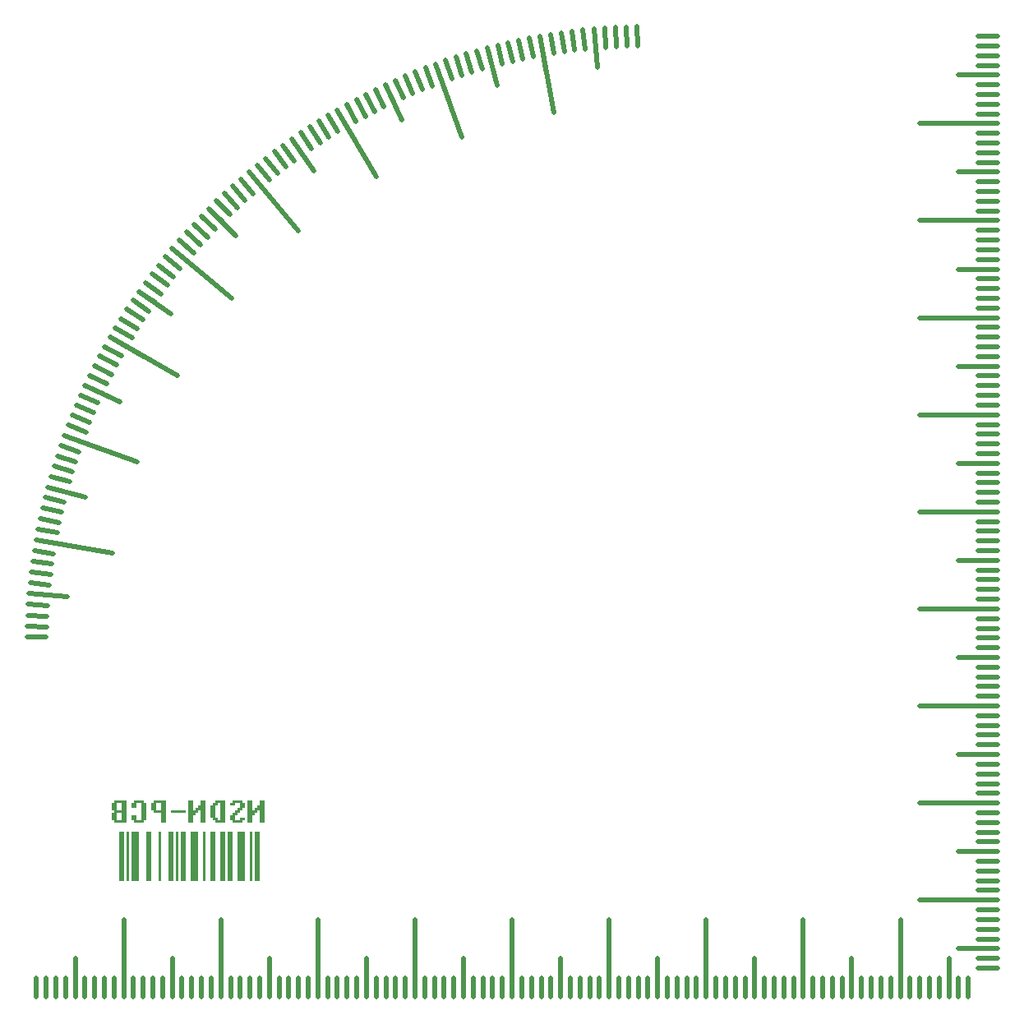
<source format=gbs>
G04*
G04 #@! TF.GenerationSoftware,Altium Limited,Altium Designer,18.1.9 (240)*
G04*
G04 Layer_Color=16711935*
%FSLAX25Y25*%
%MOIN*%
G70*
G01*
G75*
%ADD10C,0.01968*%
G36*
X232283Y185039D02*
X230283D01*
Y205039D01*
X232283D01*
Y185039D01*
D02*
G37*
G36*
X229283D02*
X228284D01*
Y205039D01*
X229283D01*
Y185039D01*
D02*
G37*
G36*
X226284D02*
X223284D01*
Y205039D01*
X226284D01*
Y185039D01*
D02*
G37*
G36*
X221284D02*
X219284D01*
Y205039D01*
X221284D01*
Y185039D01*
D02*
G37*
G36*
X218284D02*
X216283D01*
Y205039D01*
X218284D01*
Y185039D01*
D02*
G37*
G36*
X214283D02*
X212283D01*
Y205039D01*
X214283D01*
Y185039D01*
D02*
G37*
G36*
X210283D02*
X209283D01*
Y205039D01*
X210283D01*
Y185039D01*
D02*
G37*
G36*
X207283D02*
X204283D01*
Y205039D01*
X207283D01*
Y185039D01*
D02*
G37*
G36*
X202284D02*
X200284D01*
Y205039D01*
X202284D01*
Y185039D01*
D02*
G37*
G36*
X199284D02*
X198284D01*
Y205039D01*
X199284D01*
Y185039D01*
D02*
G37*
G36*
X197283D02*
X195283D01*
Y205039D01*
X197283D01*
Y185039D01*
D02*
G37*
G36*
X192283D02*
X191284D01*
Y205039D01*
X192283D01*
Y185039D01*
D02*
G37*
G36*
X188284D02*
X186284D01*
Y205039D01*
X188284D01*
Y185039D01*
D02*
G37*
G36*
X183283D02*
X180283D01*
Y205039D01*
X183283D01*
Y185039D01*
D02*
G37*
G36*
X179283D02*
X178284D01*
Y205039D01*
X179283D01*
Y185039D01*
D02*
G37*
G36*
X177284D02*
X175284D01*
Y205039D01*
X177284D01*
Y185039D01*
D02*
G37*
G36*
X234252Y208661D02*
X232253D01*
Y213652D01*
X231245D01*
Y212660D01*
X230253D01*
Y211653D01*
X229246D01*
Y208661D01*
X227247D01*
Y217651D01*
X229246D01*
Y213652D01*
X230253D01*
Y214660D01*
X231245D01*
Y215652D01*
X232253D01*
Y217651D01*
X234252D01*
Y208661D01*
D02*
G37*
G36*
X210260D02*
X208260D01*
Y213652D01*
X207253D01*
Y212660D01*
X206261D01*
Y211653D01*
X205254D01*
Y208661D01*
X203255D01*
Y217651D01*
X205254D01*
Y213652D01*
X206261D01*
Y214660D01*
X207253D01*
Y215652D01*
X208260D01*
Y217651D01*
X210260D01*
Y208661D01*
D02*
G37*
G36*
X202262Y212660D02*
X196264D01*
Y213652D01*
X202262D01*
Y212660D01*
D02*
G37*
G36*
X185260Y216659D02*
X186268D01*
Y209654D01*
X185260D01*
Y208661D01*
X181262D01*
Y209654D01*
X180270D01*
Y211653D01*
X182269D01*
Y209654D01*
X184268D01*
Y216659D01*
X182269D01*
Y214660D01*
X180270D01*
Y216659D01*
X181262D01*
Y217651D01*
X185260D01*
Y216659D01*
D02*
G37*
G36*
X225248D02*
X226255D01*
Y214660D01*
X225248D01*
Y213652D01*
X224255D01*
Y212660D01*
X223248D01*
Y211653D01*
X222256D01*
Y209654D01*
X224255D01*
Y210661D01*
X226255D01*
Y209654D01*
X225248D01*
Y208661D01*
X221249D01*
Y209654D01*
X220256D01*
Y211653D01*
X221249D01*
Y212660D01*
X222256D01*
Y213652D01*
X223248D01*
Y214660D01*
X224255D01*
Y216659D01*
X222256D01*
Y215652D01*
X220256D01*
Y216659D01*
X221249D01*
Y217651D01*
X225248D01*
Y216659D01*
D02*
G37*
G36*
X218257Y208661D02*
X214259D01*
Y209654D01*
X213251D01*
Y210661D01*
X212259D01*
Y215652D01*
X213251D01*
Y216659D01*
X214259D01*
Y217651D01*
X218257D01*
Y208661D01*
D02*
G37*
G36*
X194265D02*
X192266D01*
Y212660D01*
X189259D01*
Y213652D01*
X188267D01*
Y216659D01*
X189259D01*
Y217651D01*
X194265D01*
Y208661D01*
D02*
G37*
G36*
X178270D02*
X173264D01*
Y209654D01*
X172272D01*
Y212660D01*
X173264D01*
Y213652D01*
X172272D01*
Y216659D01*
X173264D01*
Y217651D01*
X178270D01*
Y208661D01*
D02*
G37*
%LPC*%
G36*
X216258Y216659D02*
X215251D01*
Y215652D01*
X214259D01*
Y210661D01*
X215251D01*
Y209654D01*
X216258D01*
Y216659D01*
D02*
G37*
G36*
X192266D02*
X190266D01*
Y213652D01*
X192266D01*
Y216659D01*
D02*
G37*
G36*
X176271D02*
X174272D01*
Y213652D01*
X176271D01*
Y216659D01*
D02*
G37*
G36*
Y212660D02*
X174272D01*
Y209654D01*
X176271D01*
Y212660D01*
D02*
G37*
%LPD*%
D10*
X515748Y511811D02*
X531496D01*
X141623Y323281D02*
X172641Y317812D01*
X515748Y334646D02*
X531496D01*
X500000D02*
X531496D01*
X515748Y295276D02*
X531496D01*
X500000D02*
X531496D01*
X515748Y255906D02*
X531496D01*
X500000D02*
X531496D01*
X515748Y492126D02*
X531496D01*
X500000D02*
X531496D01*
X515748Y472441D02*
X531496D01*
X515748Y452756D02*
X531496D01*
X500000D02*
X531496D01*
X515748Y433071D02*
X531496D01*
X515748Y413386D02*
X531496D01*
X500000D02*
X531496D01*
X515748Y393701D02*
X531496D01*
X515748Y374016D02*
X531496D01*
X500000D02*
X531496D01*
X515748Y354331D02*
X531496D01*
X515748Y314961D02*
X531496D01*
X515748Y275591D02*
X531496D01*
X515748Y236221D02*
X531496D01*
X515748Y216535D02*
X531496D01*
X500000D02*
X531496D01*
X515748Y196850D02*
X531496D01*
X515748Y177165D02*
X531496D01*
X500000D02*
X531496D01*
X515748Y157480D02*
X531496D01*
X324550Y522910D02*
X328625Y507699D01*
X161403Y386014D02*
X175675Y379359D01*
X256241Y493209D02*
X260413Y486531D01*
X259990Y495507D02*
X264046Y488757D01*
X227801Y472547D02*
X232863Y466515D01*
X227801Y472547D02*
X237924Y460483D01*
X227801Y472547D02*
X248047Y448419D01*
X224458Y469691D02*
X229623Y463748D01*
X196745Y441490D02*
X202777Y436428D01*
X196745Y441490D02*
X208808Y431367D01*
X196745Y441490D02*
X220872Y421244D01*
X183363Y424051D02*
X196263Y415018D01*
X191210Y434655D02*
X197415Y429807D01*
X161403Y386014D02*
X168539Y382686D01*
X171553Y405512D02*
X198829Y389764D01*
X152991Y365706D02*
X182587Y354934D01*
X157826Y377979D02*
X165074Y374903D01*
X193948Y438097D02*
X200067Y433141D01*
X163296Y389983D02*
X170373Y386531D01*
X159579Y382012D02*
X166772Y378810D01*
X156143Y373917D02*
X163443Y370967D01*
X152991Y365706D02*
X167789Y360320D01*
X346010Y527668D02*
X351479Y496651D01*
X295375Y513149D02*
X298324Y505848D01*
X303586Y516300D02*
X308972Y501502D01*
X303586Y516300D02*
X314358Y486704D01*
X295276Y137795D02*
Y169291D01*
X287279Y509712D02*
X290482Y502519D01*
X263779Y497739D02*
X279528Y470462D01*
X283277Y507889D02*
X289933Y493616D01*
X231195Y475344D02*
X236150Y469225D01*
X238125Y480759D02*
X242864Y474470D01*
X234636Y478082D02*
X239484Y471877D01*
X245241Y485928D02*
X254273Y473028D01*
X255906Y137795D02*
Y169291D01*
X202515Y448127D02*
X208366Y442859D01*
X199601Y444834D02*
X205543Y439668D01*
X216535Y137795D02*
Y169291D01*
X523622Y511811D02*
X531496D01*
X523622Y519685D02*
X531496D01*
X523622Y527559D02*
X531496D01*
X523622Y488189D02*
X531496D01*
X523622Y496063D02*
X531496D01*
X523622Y503937D02*
X531496D01*
X523622Y350394D02*
X531496D01*
X523622Y326772D02*
X531496D01*
X523622Y334646D02*
X531496D01*
X523622Y342520D02*
X531496D01*
X523622Y318898D02*
X531496D01*
X523622Y287402D02*
X531496D01*
X523622Y295276D02*
X531496D01*
X523622Y303150D02*
X531496D01*
X523622Y311024D02*
X531496D01*
X523622Y255906D02*
X531496D01*
X523622Y263779D02*
X531496D01*
X523622Y271654D02*
X531496D01*
X523622Y279528D02*
X531496D01*
X523622Y232283D02*
X531496D01*
X523622Y240158D02*
X531496D01*
X523622Y248031D02*
X531496D01*
X519685Y137795D02*
Y145669D01*
X488189Y137795D02*
Y145669D01*
X496063Y137795D02*
Y145669D01*
X503937Y137795D02*
Y145669D01*
X511811Y137795D02*
Y145669D01*
Y137795D02*
Y153543D01*
X456693Y137795D02*
Y145669D01*
X464567Y137795D02*
Y145669D01*
X472441Y137795D02*
Y145669D01*
Y137795D02*
Y153543D01*
X480315Y137795D02*
Y145669D01*
X440945Y137795D02*
Y145669D01*
X448819Y137795D02*
Y145669D01*
X359056Y529618D02*
X360016Y521803D01*
X367803Y530537D02*
X368490Y522693D01*
X367803Y530537D02*
X369176Y514849D01*
X376577Y531151D02*
X376989Y523287D01*
X328807Y524012D02*
X330712Y516371D01*
X350347Y528394D02*
X351579Y520617D01*
X341686Y526867D02*
X343188Y519137D01*
X303586Y516300D02*
X306278Y508901D01*
X311901Y519164D02*
X314334Y511675D01*
X320312Y521735D02*
X322482Y514166D01*
X295276Y137795D02*
Y145669D01*
Y137795D02*
Y153543D01*
X303150Y137795D02*
Y145669D01*
X311024Y137795D02*
Y145669D01*
X263779Y497739D02*
X267717Y490920D01*
X271472Y502002D02*
X275168Y495050D01*
X279308Y505995D02*
X282760Y498918D01*
X263779Y497739D02*
X271654Y484100D01*
X267607Y499904D02*
X271424Y493017D01*
X263779Y137795D02*
Y145669D01*
X271654Y137795D02*
Y145669D01*
X279528Y137795D02*
Y145669D01*
X287402Y137795D02*
Y145669D01*
X248865Y488419D02*
X253268Y481891D01*
X245241Y485928D02*
X249757Y479478D01*
X252532Y490846D02*
X256820Y484242D01*
X232283Y137795D02*
Y145669D01*
X240158Y137795D02*
Y145669D01*
X248031Y137795D02*
Y145669D01*
X255906Y137795D02*
Y145669D01*
Y137795D02*
Y153543D01*
X217922Y463806D02*
X223292Y458047D01*
X214732Y460779D02*
X220201Y455114D01*
X211595Y457696D02*
X217163Y452128D01*
X208513Y454560D02*
X214177Y449090D01*
X205486Y451370D02*
X211244Y446000D01*
X211595Y457696D02*
X222731Y446561D01*
X221164Y466777D02*
X226433Y460925D01*
X200787Y137795D02*
Y145669D01*
X208661Y137795D02*
Y145669D01*
X216535Y137795D02*
Y145669D01*
Y137795D02*
Y153543D01*
X224410Y137795D02*
Y145669D01*
X185917Y427631D02*
X192287Y423003D01*
X183363Y424051D02*
X189813Y419534D01*
X180872Y420427D02*
X187400Y416023D01*
X178445Y416759D02*
X185049Y412471D01*
X188533Y431166D02*
X194821Y426427D01*
X169387Y401684D02*
X176274Y397867D01*
X165258Y393919D02*
X172274Y390344D01*
X173785Y409301D02*
X180534Y405245D01*
X171553Y405512D02*
X185191Y397638D01*
X192913Y137795D02*
Y145669D01*
X151523Y361561D02*
X158968Y358997D01*
X148805Y353196D02*
X156335Y350894D01*
X154531Y369825D02*
X161882Y367003D01*
X144253Y336208D02*
X151925Y334437D01*
X142425Y327605D02*
X150154Y326103D01*
X140897Y318944D02*
X148674Y317712D01*
X146381Y344742D02*
X153987Y342704D01*
X146381Y344742D02*
X161592Y340666D01*
X137949Y288321D02*
X145818Y288046D01*
X523622Y523622D02*
X531496D01*
X523622Y515748D02*
X531496D01*
X523622Y507874D02*
X531496D01*
X523622Y500000D02*
X531496D01*
X523622Y492126D02*
X531496D01*
X523622Y484252D02*
X531496D01*
X523622Y480315D02*
X531496D01*
X523622Y476378D02*
X531496D01*
X523622Y472441D02*
X531496D01*
X523622Y468504D02*
X531496D01*
X523622Y464567D02*
X531496D01*
X523622Y460630D02*
X531496D01*
X523622Y456693D02*
X531496D01*
X523622Y452756D02*
X531496D01*
X523622Y448819D02*
X531496D01*
X523622Y444882D02*
X531496D01*
X523622Y440945D02*
X531496D01*
X523622Y437008D02*
X531496D01*
X523622Y433071D02*
X531496D01*
X523622Y429134D02*
X531496D01*
X523622Y425197D02*
X531496D01*
X523622Y421260D02*
X531496D01*
X523622Y417323D02*
X531496D01*
X523622Y413386D02*
X531496D01*
X523622Y409449D02*
X531496D01*
X523622Y405512D02*
X531496D01*
X523622Y401575D02*
X531496D01*
X523622Y397638D02*
X531496D01*
X523622Y393701D02*
X531496D01*
X523622Y389764D02*
X531496D01*
X523622Y385827D02*
X531496D01*
X523622Y381890D02*
X531496D01*
X523622Y377953D02*
X531496D01*
X523622Y374016D02*
X531496D01*
X523622Y370079D02*
X531496D01*
X523622Y366142D02*
X531496D01*
X523622Y362205D02*
X531496D01*
X523622Y358268D02*
X531496D01*
X523622Y354331D02*
X531496D01*
X523622Y346457D02*
X531496D01*
X523622Y338583D02*
X531496D01*
X523622Y330709D02*
X531496D01*
X523622Y322835D02*
X531496D01*
X523622Y314961D02*
X531496D01*
X523622Y307087D02*
X531496D01*
X523622Y299213D02*
X531496D01*
X523622Y291339D02*
X531496D01*
X523622Y283465D02*
X531496D01*
X523622Y275591D02*
X531496D01*
X523622Y267717D02*
X531496D01*
X523622Y259842D02*
X531496D01*
X523622Y251969D02*
X531496D01*
X523622Y244094D02*
X531496D01*
X523622Y236221D02*
X531496D01*
X523622Y228346D02*
X531496D01*
X523622Y224410D02*
X531496D01*
X523622Y220472D02*
X531496D01*
X523622Y216535D02*
X531496D01*
X523622Y212598D02*
X531496D01*
X523622Y208661D02*
X531496D01*
X523622Y204724D02*
X531496D01*
X523622Y200787D02*
X531496D01*
X523622Y196850D02*
X531496D01*
X523622Y192913D02*
X531496D01*
X523622Y188976D02*
X531496D01*
X523622Y185039D02*
X531496D01*
X523622Y181102D02*
X531496D01*
X523622Y177165D02*
X531496D01*
X523622Y173228D02*
X531496D01*
X523622Y169291D02*
X531496D01*
X523622Y165354D02*
X531496D01*
X523622Y161417D02*
X531496D01*
X523622Y157480D02*
X531496D01*
X523622Y153543D02*
X531496D01*
X523622Y149606D02*
X531496D01*
X176082Y413051D02*
X182760Y408878D01*
X171553Y405512D02*
X178372Y401575D01*
X167289Y397820D02*
X174241Y394123D01*
X152991Y365706D02*
X160390Y363013D01*
X150127Y357390D02*
X157616Y354957D01*
X147556Y348979D02*
X155125Y346809D01*
X145280Y340484D02*
X152920Y338579D01*
X143301Y331915D02*
X151003Y330278D01*
X141623Y323281D02*
X149378Y321914D01*
X141623Y323281D02*
X157132Y320547D01*
X140247Y314595D02*
X148045Y313499D01*
X139673Y310235D02*
X147489Y309275D01*
X139176Y305865D02*
X147006Y305042D01*
X138754Y301488D02*
X146598Y300802D01*
X138409Y297104D02*
X146264Y296555D01*
X138754Y301488D02*
X154442Y300115D01*
X138141Y292715D02*
X146004Y292302D01*
X137834Y283925D02*
X145706Y283788D01*
X492126Y137795D02*
Y169291D01*
X452756Y137795D02*
Y169291D01*
X413386Y137795D02*
Y169291D01*
X374016Y137795D02*
Y169291D01*
X334646Y137795D02*
Y169291D01*
X299466Y514760D02*
X302288Y507409D01*
X291312Y511466D02*
X294389Y504218D01*
X283277Y507889D02*
X286605Y500752D01*
X177165Y137795D02*
Y169291D01*
X515748Y137795D02*
Y145669D01*
X507874Y137795D02*
Y145669D01*
X500000Y137795D02*
Y145669D01*
X492126Y137795D02*
Y145669D01*
Y137795D02*
Y153543D01*
X484252Y137795D02*
Y145669D01*
X476378Y137795D02*
Y145669D01*
X468504Y137795D02*
Y145669D01*
X460630Y137795D02*
Y145669D01*
X452756Y137795D02*
Y145669D01*
Y137795D02*
Y153543D01*
X444882Y137795D02*
Y145669D01*
X433071Y137795D02*
Y145669D01*
Y137795D02*
Y153543D01*
X437008Y137795D02*
Y145669D01*
X425197Y137795D02*
Y145669D01*
X429134Y137795D02*
Y145669D01*
X417323Y137795D02*
Y145669D01*
X421260Y137795D02*
Y145669D01*
X409449Y137795D02*
Y145669D01*
X413386Y137795D02*
Y145669D01*
Y137795D02*
Y153543D01*
X401575Y137795D02*
Y145669D01*
X405512Y137795D02*
Y145669D01*
X393701Y137795D02*
Y145669D01*
Y137795D02*
Y153543D01*
X397638Y137795D02*
Y145669D01*
X385366Y531458D02*
X385504Y523585D01*
X385827Y137795D02*
Y145669D01*
X389764Y137795D02*
Y145669D01*
X380970Y531343D02*
X381245Y523473D01*
X377953Y137795D02*
Y145669D01*
X381890Y137795D02*
Y145669D01*
X372187Y530882D02*
X372737Y523028D01*
X370079Y137795D02*
Y145669D01*
X374016Y137795D02*
Y145669D01*
Y137795D02*
Y153543D01*
X363426Y530116D02*
X364249Y522285D01*
X362205Y137795D02*
Y145669D01*
X366142Y137795D02*
Y145669D01*
X354696Y529044D02*
X355792Y521246D01*
X358268Y137795D02*
Y145669D01*
X354331Y137795D02*
Y145669D01*
Y137795D02*
Y153543D01*
X346010Y527668D02*
X347377Y519914D01*
X346010Y527668D02*
X348745Y512159D01*
X350394Y137795D02*
Y145669D01*
X346457Y137795D02*
Y145669D01*
X337377Y525990D02*
X339014Y518288D01*
X342520Y137795D02*
Y145669D01*
X338583Y137795D02*
Y145669D01*
X333083Y525038D02*
X334855Y517366D01*
X334646Y137795D02*
Y145669D01*
Y137795D02*
Y153543D01*
X330709Y137795D02*
Y145669D01*
X324550Y522910D02*
X326588Y515305D01*
X326772Y137795D02*
Y145669D01*
X322835Y137795D02*
Y145669D01*
X316095Y520486D02*
X318397Y512956D01*
X318898Y137795D02*
Y145669D01*
X314961Y137795D02*
Y145669D01*
Y137795D02*
Y153543D01*
X307731Y517768D02*
X310294Y510323D01*
X307087Y137795D02*
Y145669D01*
X299213Y137795D02*
Y145669D01*
X291339Y137795D02*
Y145669D01*
X283465Y137795D02*
Y145669D01*
X275373Y504033D02*
X278947Y497017D01*
X275590Y137795D02*
Y145669D01*
Y137795D02*
Y153543D01*
X267717Y137795D02*
Y145669D01*
X259842Y137795D02*
Y145669D01*
X251969Y137795D02*
Y145669D01*
X241660Y483374D02*
X246289Y477004D01*
X244094Y137795D02*
Y145669D01*
X236221Y137795D02*
Y145669D01*
Y137795D02*
Y153543D01*
X228346Y137795D02*
Y145669D01*
X220472Y137795D02*
Y145669D01*
X212598Y137795D02*
Y145669D01*
X204724Y137795D02*
Y145669D01*
X196850Y137795D02*
Y145669D01*
Y137795D02*
Y153543D01*
X185039Y137795D02*
Y145669D01*
X188976Y137795D02*
Y145669D01*
X177165Y137795D02*
Y145669D01*
Y137795D02*
Y153543D01*
X181102Y137795D02*
Y145669D01*
X169291Y137795D02*
Y145669D01*
X173228Y137795D02*
Y145669D01*
X161417Y137795D02*
Y145669D01*
X165354Y137795D02*
Y145669D01*
X153543Y137795D02*
Y145669D01*
X157480Y137795D02*
Y145669D01*
Y137795D02*
Y153543D01*
X145669Y137795D02*
Y145669D01*
X149606Y137795D02*
Y145669D01*
X141732Y137795D02*
Y145669D01*
M02*

</source>
